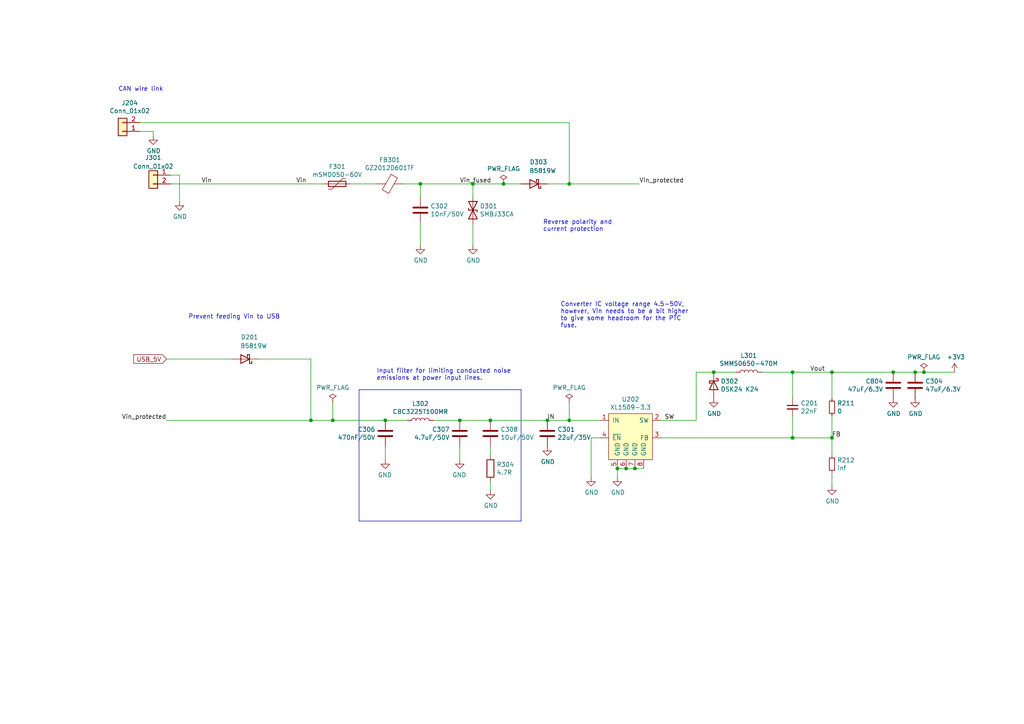
<source format=kicad_sch>
(kicad_sch (version 20231120) (generator "eeschema") (generator_version "8.0")
  (paper "A4")
  (title_block (title "SH-ESP32") (date "2024-06-27") (rev "2.1.0") (company "Hat Labs Oy") (comment 1 "https://creativecommons.org/licenses/by-sa/4.0") (comment 2 "To view a copy of this license, visit ") (comment 3 "SH-ESP32 is licensed under CC BY-SA 4.0."))
  (lib_symbols
    (symbol "Connector_Generic:Conn_01x02" (pin_names (offset 1.016) hide)
      (property "Reference" "J" (at 0 2.54 0))
      (property "Value" "Conn_01x02" (at 0 -5.08 0))
      (symbol "Conn_01x02_1_1"
        (rectangle (start -1.27 -2.413) (end 0 -2.667) (stroke (width 0.1524)))
        (rectangle (start -1.27 0.127) (end 0 -0.127) (stroke (width 0.1524)))
        (rectangle (start -1.27 1.27) (end 1.27 -3.81) (stroke (width 0.254)) (fill (type background)))
        (pin passive line (at -5.08 0 0) (length 3.81) (name "Pin_1") (number "1"))
        (pin passive line (at -5.08 -2.54 0) (length 3.81) (name "Pin_2") (number "2"))
      )
    )
    (symbol "Device:C" (pin_numbers hide) (pin_names (offset 0.254))
      (property "Reference" "C" (at 0.635 2.54 0))
      (property "Value" "C" (at 0.635 -2.54 0))
      (symbol "C_0_1"
        (polyline (pts (xy -2.032 -0.762) (xy 2.032 -0.762)) (stroke (width 0.508)))
        (polyline (pts (xy -2.032 0.762) (xy 2.032 0.762)) (stroke (width 0.508)))
      )
      (symbol "C_1_1"
        (pin passive line (at 0 3.81 270) (length 2.794) (name "~") (number "1"))
        (pin passive line (at 0 -3.81 90) (length 2.794) (name "~") (number "2"))
      )
    )
    (symbol "Device:C_Small" (pin_numbers hide) (pin_names (offset 0.254) hide)
      (property "Reference" "C" (at 0.254 1.778 0))
      (property "Value" "C_Small" (at 0.254 -2.032 0))
      (symbol "C_Small_0_1"
        (polyline (pts (xy -1.524 -0.508) (xy 1.524 -0.508)) (stroke (width 0.3302)))
        (polyline (pts (xy -1.524 0.508) (xy 1.524 0.508)) (stroke (width 0.3048)))
      )
      (symbol "C_Small_1_1"
        (pin passive line (at 0 2.54 270) (length 2.032) (name "~") (number "1"))
        (pin passive line (at 0 -2.54 90) (length 2.032) (name "~") (number "2"))
      )
    )
    (symbol "Device:D_Schottky" (pin_numbers hide) (pin_names (offset 1.016) hide)
      (property "Reference" "D" (at 0 2.54 0))
      (property "Value" "D_Schottky" (at 0 -2.54 0))
      (symbol "D_Schottky_0_1"
        (polyline (pts (xy 1.27 0) (xy -1.27 0)))
        (polyline (pts (xy 1.27 1.27) (xy 1.27 -1.27) (xy -1.27 0) (xy 1.27 1.27)) (stroke (width 0.254)))
        (polyline (pts (xy -1.905 0.635) (xy -1.905 1.27) (xy -1.27 1.27) (xy -1.27 -1.27) (xy -0.635 -1.27) (xy -0.635 -0.635)) (stroke (width 0.254)))
      )
      (symbol "D_Schottky_1_1"
        (pin passive line (at -3.81 0 0) (length 2.54) (name "K") (number "1"))
        (pin passive line (at 3.81 0 180) (length 2.54) (name "A") (number "2"))
      )
    )
    (symbol "Device:D_TVS" (pin_numbers hide) (pin_names (offset 1.016) hide)
      (property "Reference" "D" (at 0 2.54 0))
      (property "Value" "D_TVS" (at 0 -2.54 0))
      (symbol "D_TVS_0_1"
        (polyline (pts (xy 1.27 0) (xy -1.27 0)))
        (polyline (pts (xy 0.508 1.27) (xy 0 1.27) (xy 0 -1.27) (xy -0.508 -1.27)) (stroke (width 0.254)))
        (polyline (pts (xy -2.54 1.27) (xy -2.54 -1.27) (xy 2.54 1.27) (xy 2.54 -1.27) (xy -2.54 1.27)) (stroke (width 0.254)))
      )
      (symbol "D_TVS_1_1"
        (pin passive line (at -3.81 0 0) (length 2.54) (name "A1") (number "1"))
        (pin passive line (at 3.81 0 180) (length 2.54) (name "A2") (number "2"))
      )
    )
    (symbol "Device:FerriteBead" (pin_numbers hide) (pin_names (offset 0))
      (property "Reference" "FB" (at -3.81 0.635 90))
      (property "Value" "FerriteBead" (at 3.81 0 90))
      (symbol "FerriteBead_0_1"
        (polyline (pts (xy 0 -1.27) (xy 0 -1.2192)))
        (polyline (pts (xy 0 1.27) (xy 0 1.2954)))
        (polyline (pts (xy -2.7686 0.4064) (xy -1.7018 2.2606) (xy 2.7686 -0.3048) (xy 1.6764 -2.159) (xy -2.7686 0.4064)))
      )
      (symbol "FerriteBead_1_1"
        (pin passive line (at 0 3.81 270) (length 2.54) (name "~") (number "1"))
        (pin passive line (at 0 -3.81 90) (length 2.54) (name "~") (number "2"))
      )
    )
    (symbol "Device:L" (pin_numbers hide) (pin_names (offset 1.016) hide)
      (property "Reference" "L" (at -1.27 0 90))
      (property "Value" "L" (at 1.905 0 90))
      (symbol "L_0_1"
        (arc (start 0 -2.54) (mid 0.6323 -1.905) (end 0 -1.27))
        (arc (start 0 -1.27) (mid 0.6323 -0.635) (end 0 0))
        (arc (start 0 0) (mid 0.6323 0.635) (end 0 1.27))
        (arc (start 0 1.27) (mid 0.6323 1.905) (end 0 2.54))
      )
      (symbol "L_1_1"
        (pin passive line (at 0 3.81 270) (length 1.27) (name "1") (number "1"))
        (pin passive line (at 0 -3.81 90) (length 1.27) (name "2") (number "2"))
      )
    )
    (symbol "Device:Polyfuse" (pin_numbers hide) (pin_names (offset 0))
      (property "Reference" "F" (at -2.54 0 90))
      (property "Value" "Polyfuse" (at 2.54 0 90))
      (symbol "Polyfuse_0_1"
        (rectangle (start -0.762 2.54) (end 0.762 -2.54) (stroke (width 0.254)))
        (polyline (pts (xy 0 2.54) (xy 0 -2.54)))
        (polyline (pts (xy -1.524 2.54) (xy -1.524 1.524) (xy 1.524 -1.524) (xy 1.524 -2.54)))
      )
      (symbol "Polyfuse_1_1"
        (pin passive line (at 0 3.81 270) (length 1.27) (name "~") (number "1"))
        (pin passive line (at 0 -3.81 90) (length 1.27) (name "~") (number "2"))
      )
    )
    (symbol "Device:R" (pin_numbers hide) (pin_names (offset 0))
      (property "Reference" "R" (at 2.032 0 90))
      (property "Value" "R" (at 0 0 90))
      (symbol "R_0_1"
        (rectangle (start -1.016 -2.54) (end 1.016 2.54) (stroke (width 0.254)))
      )
      (symbol "R_1_1"
        (pin passive line (at 0 3.81 270) (length 1.27) (name "~") (number "1"))
        (pin passive line (at 0 -3.81 90) (length 1.27) (name "~") (number "2"))
      )
    )
    (symbol "Device:R_Small" (pin_numbers hide) (pin_names (offset 0.254) hide)
      (property "Reference" "R" (at 0.762 0.508 0))
      (property "Value" "R_Small" (at 0.762 -1.016 0))
      (symbol "R_Small_0_1"
        (rectangle (start -0.762 1.778) (end 0.762 -1.778) (stroke (width 0.2032)))
      )
      (symbol "R_Small_1_1"
        (pin passive line (at 0 2.54 270) (length 0.762) (name "~") (number "1"))
        (pin passive line (at 0 -2.54 90) (length 0.762) (name "~") (number "2"))
      )
    )
    (symbol "SH-ESP32:XL1509-ADJE1" (pin_names (offset 1.016))
      (property "Reference" "U" (at 1.27 10.795 0))
      (property "Value" "XL1509-ADJE1" (at 7.62 8.89 0))
      (symbol "XL1509-ADJE1_0_1"
        (rectangle (start -6.35 6.985) (end 6.35 -6.35) (fill (type background)))
      )
      (symbol "XL1509-ADJE1_1_1"
        (pin power_in line (at -8.89 5.08 0) (length 2.54) (name "IN") (number "1"))
        (pin power_out line (at 8.89 5.08 180) (length 2.54) (name "SW") (number "2"))
        (pin input line (at 8.89 0 180) (length 2.54) (name "FB") (number "3"))
        (pin input line (at -8.89 0 0) (length 2.54) (name "~{EN}") (number "4"))
        (pin power_in line (at -3.81 -8.89 90) (length 2.54) (name "GND") (number "5"))
        (pin power_in line (at -1.27 -8.89 90) (length 2.54) (name "GND") (number "6"))
        (pin power_in line (at 1.27 -8.89 90) (length 2.54) (name "GND") (number "7"))
        (pin power_in line (at 3.81 -8.89 90) (length 2.54) (name "GND") (number "8"))
      )
    )
    (symbol "power:+3.3V" (power) (pin_names (offset 0))
      (property "Value" "+3.3V" (at 0 3.556 0))
      (symbol "+3.3V_0_1"
        (polyline (pts (xy -0.762 1.27) (xy 0 2.54)))
        (polyline (pts (xy 0 0) (xy 0 2.54)))
        (polyline (pts (xy 0 2.54) (xy 0.762 1.27)))
      )
      (symbol "+3.3V_1_1"
        (pin power_in line (at 0 0 90) (length 0) hide (name "+3V3") (number "1"))
      )
    )
    (symbol "power:GND" (power) (pin_names (offset 0))
      (property "Value" "GND" (at 0 -3.81 0))
      (symbol "GND_0_1"
        (polyline (pts (xy 0 0) (xy 0 -1.27) (xy 1.27 -1.27) (xy 0 -2.54) (xy -1.27 -1.27) (xy 0 -1.27)))
      )
      (symbol "GND_1_1"
        (pin power_in line (at 0 0 270) (length 0) hide (name "GND") (number "1"))
      )
    )
    (symbol "power:PWR_FLAG" (power) (pin_numbers hide) (pin_names (offset 0) hide)
      (property "Value" "PWR_FLAG" (at 0 3.81 0))
      (symbol "PWR_FLAG_0_0"
        (pin power_out line (at 0 0 90) (length 0) (name "pwr") (number "1"))
      )
      (symbol "PWR_FLAG_0_1"
        (polyline (pts (xy 0 0) (xy 0 1.27) (xy -1.016 1.905) (xy 0 2.54) (xy 1.016 1.905) (xy 0 1.27)))
      )
    )
  )
  (junction (at 259.08 107.95))
  (junction (at 165.1 121.92))
  (junction (at 241.3 127))
  (junction (at 158.75 121.92))
  (junction (at 90.17 121.92))
  (junction (at 241.3 107.95))
  (junction (at 142.24 121.92))
  (junction (at 265.43 107.95))
  (junction (at 133.35 121.92))
  (junction (at 179.07 135.89))
  (junction (at 207.01 107.95))
  (junction (at 181.61 135.89))
  (junction (at 165.1 53.34))
  (junction (at 267.97 107.95))
  (junction (at 229.87 107.95))
  (junction (at 121.92 53.34))
  (junction (at 184.15 135.89))
  (junction (at 96.52 121.92))
  (junction (at 111.76 121.92))
  (junction (at 137.16 53.34))
  (junction (at 229.87 127))
  (junction (at 146.05 53.34))
  (wire (pts (xy 165.1 116.84) (xy 165.1 121.92)))
  (wire (pts (xy 40.64 35.56) (xy 165.1 35.56)))
  (wire (pts (xy 121.92 53.34) (xy 137.16 53.34)))
  (wire (pts (xy 181.61 135.89) (xy 179.07 135.89)))
  (wire (pts (xy 90.17 104.14) (xy 90.17 121.92)))
  (wire (pts (xy 52.07 50.8) (xy 49.53 50.8)))
  (wire (pts (xy 171.45 127) (xy 173.99 127)))
  (wire (pts (xy 90.17 121.92) (xy 96.52 121.92)))
  (polyline (pts (xy 151.13 113.03) (xy 151.13 151.13)))
  (polyline (pts (xy 151.13 151.13) (xy 104.14 151.13)))
  (wire (pts (xy 116.84 53.34) (xy 121.92 53.34)))
  (wire (pts (xy 179.07 138.43) (xy 179.07 135.89)))
  (wire (pts (xy 146.05 53.34) (xy 151.13 53.34)))
  (wire (pts (xy 265.43 107.95) (xy 267.97 107.95)))
  (wire (pts (xy 142.24 121.92) (xy 158.75 121.92)))
  (wire (pts (xy 96.52 121.92) (xy 111.76 121.92)))
  (wire (pts (xy 229.87 120.65) (xy 229.87 127)))
  (wire (pts (xy 165.1 35.56) (xy 165.1 53.34)))
  (wire (pts (xy 142.24 132.08) (xy 142.24 129.54)))
  (wire (pts (xy 241.3 132.08) (xy 241.3 127)))
  (wire (pts (xy 137.16 53.34) (xy 146.05 53.34)))
  (wire (pts (xy 207.01 107.95) (xy 201.93 107.95)))
  (wire (pts (xy 241.3 107.95) (xy 259.08 107.95)))
  (wire (pts (xy 259.08 107.95) (xy 265.43 107.95)))
  (wire (pts (xy 165.1 53.34) (xy 185.42 53.34)))
  (wire (pts (xy 133.35 133.35) (xy 133.35 129.54)))
  (wire (pts (xy 201.93 107.95) (xy 201.93 121.92)))
  (wire (pts (xy 49.53 53.34) (xy 93.98 53.34)))
  (wire (pts (xy 125.73 121.92) (xy 133.35 121.92)))
  (wire (pts (xy 158.75 121.92) (xy 165.1 121.92)))
  (wire (pts (xy 137.16 57.15) (xy 137.16 53.34)))
  (wire (pts (xy 201.93 121.92) (xy 191.77 121.92)))
  (wire (pts (xy 186.69 135.89) (xy 184.15 135.89)))
  (wire (pts (xy 142.24 142.24) (xy 142.24 139.7)))
  (wire (pts (xy 111.76 121.92) (xy 118.11 121.92)))
  (wire (pts (xy 241.3 127) (xy 229.87 127)))
  (wire (pts (xy 229.87 115.57) (xy 229.87 107.95)))
  (wire (pts (xy 267.97 107.95) (xy 276.86 107.95)))
  (wire (pts (xy 173.99 121.92) (xy 165.1 121.92)))
  (wire (pts (xy 158.75 53.34) (xy 165.1 53.34)))
  (wire (pts (xy 241.3 120.65) (xy 241.3 127)))
  (wire (pts (xy 44.45 38.1) (xy 44.45 39.37)))
  (polyline (pts (xy 104.14 151.13) (xy 104.14 113.03)))
  (wire (pts (xy 220.98 107.95) (xy 229.87 107.95)))
  (wire (pts (xy 48.26 121.92) (xy 90.17 121.92)))
  (wire (pts (xy 184.15 135.89) (xy 181.61 135.89)))
  (wire (pts (xy 121.92 57.15) (xy 121.92 53.34)))
  (wire (pts (xy 241.3 107.95) (xy 241.3 115.57)))
  (wire (pts (xy 207.01 107.95) (xy 213.36 107.95)))
  (wire (pts (xy 48.26 104.14) (xy 67.31 104.14)))
  (wire (pts (xy 229.87 127) (xy 191.77 127)))
  (wire (pts (xy 40.64 38.1) (xy 44.45 38.1)))
  (wire (pts (xy 241.3 140.97) (xy 241.3 137.16)))
  (wire (pts (xy 171.45 138.43) (xy 171.45 127)))
  (polyline (pts (xy 104.14 113.03) (xy 151.13 113.03)))
  (wire (pts (xy 96.52 116.84) (xy 96.52 121.92)))
  (wire (pts (xy 111.76 133.35) (xy 111.76 129.54)))
  (wire (pts (xy 52.07 58.42) (xy 52.07 50.8)))
  (wire (pts (xy 74.93 104.14) (xy 90.17 104.14)))
  (wire (pts (xy 101.6 53.34) (xy 109.22 53.34)))
  (wire (pts (xy 133.35 121.92) (xy 142.24 121.92)))
  (wire (pts (xy 121.92 64.77) (xy 121.92 71.12)))
  (wire (pts (xy 229.87 107.95) (xy 241.3 107.95)))
  (wire (pts (xy 137.16 64.77) (xy 137.16 71.12)))
  (text "Input filter for limiting conducted noise \nemissions at power input lines." (at 109.22 110.49 0) (effects (font (size 1.27 1.27)) (justify left bottom)))
  (text "Converter IC voltage range 4.5-50V,\nhowever, Vin needs to be a bit higher\nto give some headroom for the PTC\nfuse." (at 162.56 95.25 0) (effects (font (size 1.27 1.27)) (justify left bottom)))
  (text "CAN wire link" (at 34.29 26.67 0) (effects (font (size 1.27 1.27)) (justify left bottom)))
  (text "Prevent feeding Vin to USB" (at 54.61 92.71 0) (effects (font (size 1.27 1.27)) (justify left bottom)))
  (text "Reverse polarity and\ncurrent protection" (at 157.48 67.31 0) (effects (font (size 1.27 1.27)) (justify left bottom)))
  (label "Vin_fused" (at 133.35 53.34 0))
  (label "IN" (at 158.75 121.92 0))
  (label "Vin_protected" (at 185.42 53.34 0))
  (label "Vin" (at 58.42 53.34 0))
  (label "SW" (at 195.58 121.92 180))
  (label "Vout" (at 234.95 107.95 0))
  (label "Vin_protected" (at 48.26 121.92 180))
  (label "FB" (at 241.3 127 0))
  (label "Vin" (at 88.9 53.34 180))
  (global_label "USB_5V" (shape input) (at 48.26 104.14 180) (property "Intersheetrefs" "${INTERSHEET_REFS}" (effects (hide yes))))
  (symbol (lib_id "Device:C") (at 158.75 125.73 0) (unit 1)
    (property "Reference" "C301" (at 161.671 124.5616 0) (effects (justify left)))
    (property "Value" "22uF/35V" (at 161.671 126.873 0) (effects (justify left)))
    (property "Footprint" "Capacitor_SMD:C_1210_3225Metric" (effects (hide yes)))
    (property "Notes" "35V" (effects (hide yes)))
    (property "LCSC" "C778721" (effects (hide yes)))
  )
  (symbol (lib_id "power:GND") (at 158.75 129.54 0) (unit 1)
    (property "Reference" "#PWR0301" (effects (hide yes)))
    (property "Value" "GND" (at 158.877 133.9342 0))
  )
  (symbol (lib_id "Device:L") (at 217.17 107.95 90) (unit 1)
    (property "Reference" "L301" (at 217.17 103.124 90))
    (property "Value" "SMMS0650-470M" (at 217.17 105.4354 90))
    (property "Footprint" "SH-ESP32:SMMS0650-1R0M" (effects (hide yes)))
    (property "LCSC" "C149588" (effects (hide yes)))
  )
  (symbol (lib_id "Device:C") (at 265.43 111.76 0) (unit 1)
    (property "Reference" "C304" (at 268.351 110.5916 0) (effects (justify left)))
    (property "Value" "47uF/6.3V" (at 268.351 112.903 0) (effects (justify left)))
    (property "Footprint" "Capacitor_SMD:C_1206_3216Metric" (effects (hide yes)))
    (property "Notes" "Min 6.3V" (effects (hide yes)))
    (property "LCSC" "C96123" (effects (hide yes)))
  )
  (symbol (lib_id "Device:D_Schottky") (at 207.01 111.76 270) (unit 1)
    (property "Reference" "D302" (at 209.0166 110.5916 90) (effects (justify left)))
    (property "Value" "DSK24 K24" (at 209.0166 112.903 90) (effects (justify left)))
    (property "Footprint" "Diode_SMD:D_SOD-123F" (effects (hide yes)))
    (property "LCSC" "C64890" (effects (hide yes)))
  )
  (symbol (lib_id "power:GND") (at 207.01 115.57 0) (unit 1)
    (property "Reference" "#PWR0305" (effects (hide yes)))
    (property "Value" "GND" (at 207.137 119.9642 0))
  )
  (symbol (lib_id "power:GND") (at 265.43 115.57 0) (unit 1)
    (property "Reference" "#PWR0307" (effects (hide yes)))
    (property "Value" "GND" (at 265.557 119.9642 0))
  )
  (symbol (lib_id "power:PWR_FLAG") (at 96.52 116.84 0) (unit 1)
    (property "Reference" "#FLG0301" (effects (hide yes)))
    (property "Value" "PWR_FLAG" (at 96.52 112.4204 0))
  )
  (symbol (lib_id "power:GND") (at 179.07 138.43 0) (unit 1)
    (property "Reference" "#PWR0303" (effects (hide yes)))
    (property "Value" "GND" (at 179.197 142.8242 0))
  )
  (symbol (lib_id "Device:Polyfuse") (at 97.79 53.34 270) (unit 1)
    (property "Reference" "F301" (at 97.79 48.3362 90))
    (property "Value" "mSMD050-60V" (at 97.79 50.6476 90))
    (property "Footprint" "Fuse:Fuse_1812_4532Metric" (effects (hide yes)))
    (property "LCSC" "C70113" (effects (hide yes)))
  )
  (symbol (lib_id "power:GND") (at 137.16 71.12 0) (unit 1)
    (property "Reference" "#PWR0304" (effects (hide yes)))
    (property "Value" "GND" (at 137.287 75.5142 0))
  )
  (symbol (lib_id "power:PWR_FLAG") (at 146.05 53.34 0) (mirror y) (unit 1)
    (property "Reference" "#FLG0303" (effects (hide yes)))
    (property "Value" "PWR_FLAG" (at 146.05 48.9458 0))
  )
  (symbol (lib_id "power:+3.3V") (at 276.86 107.95 0) (unit 1)
    (property "Reference" "#PWR0310" (effects (hide yes)))
    (property "Value" "+3V3" (at 277.241 103.5558 0))
  )
  (symbol (lib_id "Connector_Generic:Conn_01x02") (at 44.45 50.8 0) (mirror y) (unit 1)
    (property "Reference" "J301" (at 44.45 45.72 0))
    (property "Value" "Conn_01x02" (at 44.45 48.26 0))
    (property "Footprint" "Connector_Phoenix_MC:PhoenixContact_MCV_1,5_2-G-3.81_1x02_P3.81mm_Vertical" (effects (hide yes)))
    (property "LCSC" "C8396" (effects (hide yes)))
    (property "JLCPCB_CORRECTION" "1.905;0;180" (effects (hide yes)))
  )
  (symbol (lib_id "power:GND") (at 52.07 58.42 0) (unit 1)
    (property "Reference" "#PWR0311" (effects (hide yes)))
    (property "Value" "GND" (at 52.197 62.8142 0))
  )
  (symbol (lib_id "Device:D_TVS") (at 137.16 60.96 270) (unit 1)
    (property "Reference" "D301" (at 139.1666 59.7916 90) (effects (justify left)))
    (property "Value" "SMBJ33CA" (at 139.1666 62.103 90) (effects (justify left)))
    (property "Footprint" "Diode_SMD:D_SMB" (effects (hide yes)))
    (property "LCSC" "C114000" (effects (hide yes)))
  )
  (symbol (lib_id "power:PWR_FLAG") (at 267.97 107.95 0) (unit 1)
    (property "Reference" "#FLG0101" (effects (hide yes)))
    (property "Value" "PWR_FLAG" (at 267.97 103.5558 0))
  )
  (symbol (lib_id "power:GND") (at 44.45 39.37 0) (unit 1)
    (property "Reference" "#PWR0106" (effects (hide yes)))
    (property "Value" "GND" (at 44.577 43.7642 0))
  )
  (symbol (lib_id "Device:D_Schottky") (at 154.94 53.34 180) (unit 1)
    (property "Reference" "D303" (at 158.75 46.99 0) (effects (justify left)))
    (property "Value" "B5819W" (at 161.29 49.53 0) (effects (justify left)))
    (property "Footprint" "Diode_SMD:D_SOD-123" (effects (hide yes)))
    (property "LCSC" "C8598" (effects (hide yes)))
  )
  (symbol (lib_id "Device:FerriteBead") (at 113.03 53.34 270) (unit 1)
    (property "Reference" "FB301" (at 113.03 46.3804 90))
    (property "Value" "GZ2012D601TF" (at 113.03 48.6918 90))
    (property "Footprint" "Inductor_SMD:L_0805_2012Metric" (effects (hide yes)))
    (property "LCSC" "C1017" (effects (hide yes)))
  )
  (symbol (lib_id "Device:C") (at 121.92 60.96 0) (unit 1)
    (property "Reference" "C302" (at 124.841 59.7916 0) (effects (justify left)))
    (property "Value" "10nF/50V" (at 124.841 62.103 0) (effects (justify left)))
    (property "Footprint" "Capacitor_SMD:C_0402_1005Metric" (effects (hide yes)))
    (property "LCSC" "C15195" (effects (hide yes)))
  )
  (symbol (lib_id "power:GND") (at 121.92 71.12 0) (unit 1)
    (property "Reference" "#PWR0302" (effects (hide yes)))
    (property "Value" "GND" (at 122.047 75.5142 0))
  )
  (symbol (lib_id "Device:D_Schottky") (at 71.12 104.14 180) (unit 1)
    (property "Reference" "D201" (at 74.93 97.79 0) (effects (justify left)))
    (property "Value" "B5819W" (at 77.47 100.33 0) (effects (justify left)))
    (property "Footprint" "Diode_SMD:D_SOD-123" (effects (hide yes)))
    (property "LCSC" "C8598" (effects (hide yes)))
  )
  (symbol (lib_id "power:GND") (at 142.24 142.24 0) (unit 1)
    (property "Reference" "#PWR0209" (effects (hide yes)))
    (property "Value" "GND" (at 142.367 146.6342 0))
  )
  (symbol (lib_id "Device:C") (at 142.24 125.73 0) (unit 1)
    (property "Reference" "C308" (at 145.161 124.5616 0) (effects (justify left)))
    (property "Value" "10uF/50V" (at 145.161 126.873 0) (effects (justify left)))
    (property "Footprint" "Capacitor_SMD:C_1206_3216Metric" (effects (hide yes)))
    (property "Notes" "50V" (effects (hide yes)))
    (property "LCSC" "C89632" (effects (hide yes)))
  )
  (symbol (lib_id "Device:R") (at 142.24 135.89 180) (unit 1)
    (property "Reference" "R304" (at 144.018 134.7216 0) (effects (justify right)))
    (property "Value" "4.7R" (at 144.018 137.033 0) (effects (justify right)))
    (property "Footprint" "Resistor_SMD:R_0603_1608Metric" (effects (hide yes)))
    (property "LCSC" "C23164" (effects (hide yes)))
  )
  (symbol (lib_id "Device:C") (at 111.76 125.73 0) (mirror x) (unit 1)
    (property "Reference" "C306" (at 108.8644 124.5616 0) (effects (justify right)))
    (property "Value" "470nF/50V" (at 108.8644 126.873 0) (effects (justify right)))
    (property "Footprint" "Capacitor_SMD:C_0805_2012Metric" (effects (hide yes)))
    (property "LCSC" "C13967" (effects (hide yes)))
  )
  (symbol (lib_id "power:GND") (at 111.76 133.35 0) (mirror y) (unit 1)
    (property "Reference" "#PWR0202" (effects (hide yes)))
    (property "Value" "GND" (at 111.633 137.7442 0))
  )
  (symbol (lib_id "Device:L") (at 121.92 121.92 90) (unit 1)
    (property "Reference" "L302" (at 121.92 117.094 90))
    (property "Value" "CBC3225T100MR" (at 121.92 119.4054 90))
    (property "Footprint" "Inductor_SMD:L_1210_3225Metric" (effects (hide yes)))
    (property "LCSC" "C90315" (effects (hide yes)))
    (property "Notes" "Alternatives: CBC3225T100KR, NLCV32T-100K-PFR" (effects (hide yes)))
  )
  (symbol (lib_id "Device:C") (at 133.35 125.73 0) (mirror x) (unit 1)
    (property "Reference" "C307" (at 130.429 124.5616 0) (effects (justify right)))
    (property "Value" "4.7uF/50V" (at 130.429 126.873 0) (effects (justify right)))
    (property "Footprint" "Capacitor_SMD:C_0805_2012Metric" (effects (hide yes)))
    (property "LCSC" "C2991173" (effects (hide yes)))
  )
  (symbol (lib_id "power:GND") (at 133.35 133.35 0) (mirror y) (unit 1)
    (property "Reference" "#PWR0208" (effects (hide yes)))
    (property "Value" "GND" (at 133.223 137.7442 0))
  )
  (symbol (lib_id "power:PWR_FLAG") (at 165.1 116.84 0) (unit 1)
    (property "Reference" "#FLG0102" (effects (hide yes)))
    (property "Value" "PWR_FLAG" (at 165.1 112.4204 0))
  )
  (symbol (lib_id "SH-ESP32:XL1509-ADJE1") (at 182.88 127 0) (unit 1)
    (property "Reference" "U202" (at 182.88 115.824 0))
    (property "Value" "XL1509-3.3" (at 182.88 118.1354 0))
    (property "Footprint" "Package_SO:SOP-8_3.9x4.9mm_P1.27mm" (effects (hide yes)))
    (property "LCSC" "C2681226" (effects (hide yes)))
    (property "JLCPCB_CORRECTION" "0;0;270" (effects (hide yes)))
  )
  (symbol (lib_id "power:GND") (at 171.45 138.43 0) (unit 1)
    (property "Reference" "#PWR0210" (effects (hide yes)))
    (property "Value" "GND" (at 171.577 142.8242 0))
  )
  (symbol (lib_id "Device:R_Small") (at 241.3 118.11 0) (unit 1)
    (property "Reference" "R211" (at 242.7986 116.9416 0) (effects (justify left)))
    (property "Value" "0" (at 242.7986 119.253 0) (effects (justify left)))
    (property "Footprint" "Resistor_SMD:R_0402_1005Metric" (effects (hide yes)))
    (property "LCSC" "C17168" (effects (hide yes)))
  )
  (symbol (lib_id "Device:R_Small") (at 241.3 134.62 0) (unit 1)
    (property "Reference" "R212" (at 242.7986 133.4516 0) (effects (justify left)))
    (property "Value" "inf" (at 242.7986 135.763 0) (effects (justify left)))
    (property "Footprint" "Resistor_SMD:R_0402_1005Metric" (effects (hide yes)))
  )
  (symbol (lib_id "Device:C_Small") (at 229.87 118.11 0) (unit 1)
    (property "Reference" "C201" (at 232.2068 116.9416 0) (effects (justify left)))
    (property "Value" "22nF" (at 232.2068 119.253 0) (effects (justify left)))
    (property "Footprint" "Capacitor_SMD:C_0402_1005Metric" (effects (hide yes)))
    (property "LCSC" "C1532" (effects (hide yes)))
  )
  (symbol (lib_id "power:GND") (at 241.3 140.97 0) (unit 1)
    (property "Reference" "#PWR0211" (effects (hide yes)))
    (property "Value" "GND" (at 241.427 145.3642 0))
  )
  (symbol (lib_id "Connector_Generic:Conn_01x02") (at 35.56 38.1 180) (unit 1)
    (property "Reference" "J204" (at 37.6428 29.845 0))
    (property "Value" "Conn_01x02" (at 37.6428 32.1564 0))
    (property "Footprint" "Connector_PinHeader_2.54mm:PinHeader_1x02_P2.54mm_Vertical" (effects (hide yes)))
    (property "LCSC" "C492401" (effects (hide yes)))
  )
  (symbol (lib_id "power:GND") (at 259.08 115.57 0) (unit 1)
    (property "Reference" "#PWR0801" (effects (hide yes)))
    (property "Value" "GND" (at 259.207 119.9642 0))
  )
  (symbol (lib_id "Device:C") (at 259.08 111.76 0) (mirror y) (unit 1)
    (property "Reference" "C804" (at 256.159 110.5916 0) (effects (justify left)))
    (property "Value" "47uF/6.3V" (at 256.159 112.903 0) (effects (justify left)))
    (property "Footprint" "Capacitor_SMD:C_1206_3216Metric" (effects (hide yes)))
    (property "Notes" "Min 6.3V" (effects (hide yes)))
    (property "LCSC" "C96123" (effects (hide yes)))
  )
)
</source>
